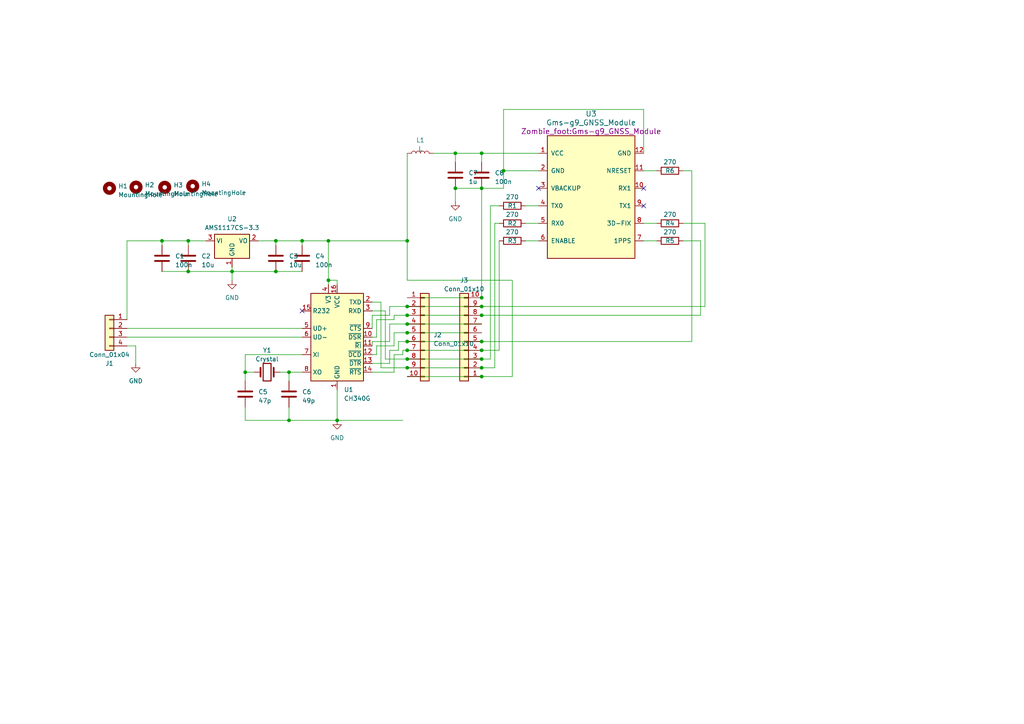
<source format=kicad_sch>
(kicad_sch (version 20230121) (generator eeschema)

  (uuid f82c74cd-c228-4865-acc2-cbaa45debd13)

  (paper "A4")

  (lib_symbols
    (symbol "Connector_Generic:Conn_01x04" (pin_names (offset 1.016) hide) (in_bom yes) (on_board yes)
      (property "Reference" "J" (at 0 5.08 0)
        (effects (font (size 1.27 1.27)))
      )
      (property "Value" "Conn_01x04" (at 0 -7.62 0)
        (effects (font (size 1.27 1.27)))
      )
      (property "Footprint" "" (at 0 0 0)
        (effects (font (size 1.27 1.27)) hide)
      )
      (property "Datasheet" "~" (at 0 0 0)
        (effects (font (size 1.27 1.27)) hide)
      )
      (property "ki_keywords" "connector" (at 0 0 0)
        (effects (font (size 1.27 1.27)) hide)
      )
      (property "ki_description" "Generic connector, single row, 01x04, script generated (kicad-library-utils/schlib/autogen/connector/)" (at 0 0 0)
        (effects (font (size 1.27 1.27)) hide)
      )
      (property "ki_fp_filters" "Connector*:*_1x??_*" (at 0 0 0)
        (effects (font (size 1.27 1.27)) hide)
      )
      (symbol "Conn_01x04_1_1"
        (rectangle (start -1.27 -4.953) (end 0 -5.207)
          (stroke (width 0.1524) (type default))
          (fill (type none))
        )
        (rectangle (start -1.27 -2.413) (end 0 -2.667)
          (stroke (width 0.1524) (type default))
          (fill (type none))
        )
        (rectangle (start -1.27 0.127) (end 0 -0.127)
          (stroke (width 0.1524) (type default))
          (fill (type none))
        )
        (rectangle (start -1.27 2.667) (end 0 2.413)
          (stroke (width 0.1524) (type default))
          (fill (type none))
        )
        (rectangle (start -1.27 3.81) (end 1.27 -6.35)
          (stroke (width 0.254) (type default))
          (fill (type background))
        )
        (pin passive line (at -5.08 2.54 0) (length 3.81)
          (name "Pin_1" (effects (font (size 1.27 1.27))))
          (number "1" (effects (font (size 1.27 1.27))))
        )
        (pin passive line (at -5.08 0 0) (length 3.81)
          (name "Pin_2" (effects (font (size 1.27 1.27))))
          (number "2" (effects (font (size 1.27 1.27))))
        )
        (pin passive line (at -5.08 -2.54 0) (length 3.81)
          (name "Pin_3" (effects (font (size 1.27 1.27))))
          (number "3" (effects (font (size 1.27 1.27))))
        )
        (pin passive line (at -5.08 -5.08 0) (length 3.81)
          (name "Pin_4" (effects (font (size 1.27 1.27))))
          (number "4" (effects (font (size 1.27 1.27))))
        )
      )
    )
    (symbol "Connector_Generic:Conn_01x10" (pin_names (offset 1.016) hide) (in_bom yes) (on_board yes)
      (property "Reference" "J" (at 0 12.7 0)
        (effects (font (size 1.27 1.27)))
      )
      (property "Value" "Conn_01x10" (at 0 -15.24 0)
        (effects (font (size 1.27 1.27)))
      )
      (property "Footprint" "" (at 0 0 0)
        (effects (font (size 1.27 1.27)) hide)
      )
      (property "Datasheet" "~" (at 0 0 0)
        (effects (font (size 1.27 1.27)) hide)
      )
      (property "ki_keywords" "connector" (at 0 0 0)
        (effects (font (size 1.27 1.27)) hide)
      )
      (property "ki_description" "Generic connector, single row, 01x10, script generated (kicad-library-utils/schlib/autogen/connector/)" (at 0 0 0)
        (effects (font (size 1.27 1.27)) hide)
      )
      (property "ki_fp_filters" "Connector*:*_1x??_*" (at 0 0 0)
        (effects (font (size 1.27 1.27)) hide)
      )
      (symbol "Conn_01x10_1_1"
        (rectangle (start -1.27 -12.573) (end 0 -12.827)
          (stroke (width 0.1524) (type default))
          (fill (type none))
        )
        (rectangle (start -1.27 -10.033) (end 0 -10.287)
          (stroke (width 0.1524) (type default))
          (fill (type none))
        )
        (rectangle (start -1.27 -7.493) (end 0 -7.747)
          (stroke (width 0.1524) (type default))
          (fill (type none))
        )
        (rectangle (start -1.27 -4.953) (end 0 -5.207)
          (stroke (width 0.1524) (type default))
          (fill (type none))
        )
        (rectangle (start -1.27 -2.413) (end 0 -2.667)
          (stroke (width 0.1524) (type default))
          (fill (type none))
        )
        (rectangle (start -1.27 0.127) (end 0 -0.127)
          (stroke (width 0.1524) (type default))
          (fill (type none))
        )
        (rectangle (start -1.27 2.667) (end 0 2.413)
          (stroke (width 0.1524) (type default))
          (fill (type none))
        )
        (rectangle (start -1.27 5.207) (end 0 4.953)
          (stroke (width 0.1524) (type default))
          (fill (type none))
        )
        (rectangle (start -1.27 7.747) (end 0 7.493)
          (stroke (width 0.1524) (type default))
          (fill (type none))
        )
        (rectangle (start -1.27 10.287) (end 0 10.033)
          (stroke (width 0.1524) (type default))
          (fill (type none))
        )
        (rectangle (start -1.27 11.43) (end 1.27 -13.97)
          (stroke (width 0.254) (type default))
          (fill (type background))
        )
        (pin passive line (at -5.08 10.16 0) (length 3.81)
          (name "Pin_1" (effects (font (size 1.27 1.27))))
          (number "1" (effects (font (size 1.27 1.27))))
        )
        (pin passive line (at -5.08 -12.7 0) (length 3.81)
          (name "Pin_10" (effects (font (size 1.27 1.27))))
          (number "10" (effects (font (size 1.27 1.27))))
        )
        (pin passive line (at -5.08 7.62 0) (length 3.81)
          (name "Pin_2" (effects (font (size 1.27 1.27))))
          (number "2" (effects (font (size 1.27 1.27))))
        )
        (pin passive line (at -5.08 5.08 0) (length 3.81)
          (name "Pin_3" (effects (font (size 1.27 1.27))))
          (number "3" (effects (font (size 1.27 1.27))))
        )
        (pin passive line (at -5.08 2.54 0) (length 3.81)
          (name "Pin_4" (effects (font (size 1.27 1.27))))
          (number "4" (effects (font (size 1.27 1.27))))
        )
        (pin passive line (at -5.08 0 0) (length 3.81)
          (name "Pin_5" (effects (font (size 1.27 1.27))))
          (number "5" (effects (font (size 1.27 1.27))))
        )
        (pin passive line (at -5.08 -2.54 0) (length 3.81)
          (name "Pin_6" (effects (font (size 1.27 1.27))))
          (number "6" (effects (font (size 1.27 1.27))))
        )
        (pin passive line (at -5.08 -5.08 0) (length 3.81)
          (name "Pin_7" (effects (font (size 1.27 1.27))))
          (number "7" (effects (font (size 1.27 1.27))))
        )
        (pin passive line (at -5.08 -7.62 0) (length 3.81)
          (name "Pin_8" (effects (font (size 1.27 1.27))))
          (number "8" (effects (font (size 1.27 1.27))))
        )
        (pin passive line (at -5.08 -10.16 0) (length 3.81)
          (name "Pin_9" (effects (font (size 1.27 1.27))))
          (number "9" (effects (font (size 1.27 1.27))))
        )
      )
    )
    (symbol "Device:C" (pin_numbers hide) (pin_names (offset 0.254)) (in_bom yes) (on_board yes)
      (property "Reference" "C" (at 0.635 2.54 0)
        (effects (font (size 1.27 1.27)) (justify left))
      )
      (property "Value" "C" (at 0.635 -2.54 0)
        (effects (font (size 1.27 1.27)) (justify left))
      )
      (property "Footprint" "" (at 0.9652 -3.81 0)
        (effects (font (size 1.27 1.27)) hide)
      )
      (property "Datasheet" "~" (at 0 0 0)
        (effects (font (size 1.27 1.27)) hide)
      )
      (property "ki_keywords" "cap capacitor" (at 0 0 0)
        (effects (font (size 1.27 1.27)) hide)
      )
      (property "ki_description" "Unpolarized capacitor" (at 0 0 0)
        (effects (font (size 1.27 1.27)) hide)
      )
      (property "ki_fp_filters" "C_*" (at 0 0 0)
        (effects (font (size 1.27 1.27)) hide)
      )
      (symbol "C_0_1"
        (polyline
          (pts
            (xy -2.032 -0.762)
            (xy 2.032 -0.762)
          )
          (stroke (width 0.508) (type default))
          (fill (type none))
        )
        (polyline
          (pts
            (xy -2.032 0.762)
            (xy 2.032 0.762)
          )
          (stroke (width 0.508) (type default))
          (fill (type none))
        )
      )
      (symbol "C_1_1"
        (pin passive line (at 0 3.81 270) (length 2.794)
          (name "~" (effects (font (size 1.27 1.27))))
          (number "1" (effects (font (size 1.27 1.27))))
        )
        (pin passive line (at 0 -3.81 90) (length 2.794)
          (name "~" (effects (font (size 1.27 1.27))))
          (number "2" (effects (font (size 1.27 1.27))))
        )
      )
    )
    (symbol "Device:Crystal" (pin_numbers hide) (pin_names (offset 1.016) hide) (in_bom yes) (on_board yes)
      (property "Reference" "Y" (at 0 3.81 0)
        (effects (font (size 1.27 1.27)))
      )
      (property "Value" "Crystal" (at 0 -3.81 0)
        (effects (font (size 1.27 1.27)))
      )
      (property "Footprint" "" (at 0 0 0)
        (effects (font (size 1.27 1.27)) hide)
      )
      (property "Datasheet" "~" (at 0 0 0)
        (effects (font (size 1.27 1.27)) hide)
      )
      (property "ki_keywords" "quartz ceramic resonator oscillator" (at 0 0 0)
        (effects (font (size 1.27 1.27)) hide)
      )
      (property "ki_description" "Two pin crystal" (at 0 0 0)
        (effects (font (size 1.27 1.27)) hide)
      )
      (property "ki_fp_filters" "Crystal*" (at 0 0 0)
        (effects (font (size 1.27 1.27)) hide)
      )
      (symbol "Crystal_0_1"
        (rectangle (start -1.143 2.54) (end 1.143 -2.54)
          (stroke (width 0.3048) (type default))
          (fill (type none))
        )
        (polyline
          (pts
            (xy -2.54 0)
            (xy -1.905 0)
          )
          (stroke (width 0) (type default))
          (fill (type none))
        )
        (polyline
          (pts
            (xy -1.905 -1.27)
            (xy -1.905 1.27)
          )
          (stroke (width 0.508) (type default))
          (fill (type none))
        )
        (polyline
          (pts
            (xy 1.905 -1.27)
            (xy 1.905 1.27)
          )
          (stroke (width 0.508) (type default))
          (fill (type none))
        )
        (polyline
          (pts
            (xy 2.54 0)
            (xy 1.905 0)
          )
          (stroke (width 0) (type default))
          (fill (type none))
        )
      )
      (symbol "Crystal_1_1"
        (pin passive line (at -3.81 0 0) (length 1.27)
          (name "1" (effects (font (size 1.27 1.27))))
          (number "1" (effects (font (size 1.27 1.27))))
        )
        (pin passive line (at 3.81 0 180) (length 1.27)
          (name "2" (effects (font (size 1.27 1.27))))
          (number "2" (effects (font (size 1.27 1.27))))
        )
      )
    )
    (symbol "Device:L" (pin_numbers hide) (pin_names (offset 1.016) hide) (in_bom yes) (on_board yes)
      (property "Reference" "L" (at -1.27 0 90)
        (effects (font (size 1.27 1.27)))
      )
      (property "Value" "L" (at 1.905 0 90)
        (effects (font (size 1.27 1.27)))
      )
      (property "Footprint" "" (at 0 0 0)
        (effects (font (size 1.27 1.27)) hide)
      )
      (property "Datasheet" "~" (at 0 0 0)
        (effects (font (size 1.27 1.27)) hide)
      )
      (property "ki_keywords" "inductor choke coil reactor magnetic" (at 0 0 0)
        (effects (font (size 1.27 1.27)) hide)
      )
      (property "ki_description" "Inductor" (at 0 0 0)
        (effects (font (size 1.27 1.27)) hide)
      )
      (property "ki_fp_filters" "Choke_* *Coil* Inductor_* L_*" (at 0 0 0)
        (effects (font (size 1.27 1.27)) hide)
      )
      (symbol "L_0_1"
        (arc (start 0 -2.54) (mid 0.6323 -1.905) (end 0 -1.27)
          (stroke (width 0) (type default))
          (fill (type none))
        )
        (arc (start 0 -1.27) (mid 0.6323 -0.635) (end 0 0)
          (stroke (width 0) (type default))
          (fill (type none))
        )
        (arc (start 0 0) (mid 0.6323 0.635) (end 0 1.27)
          (stroke (width 0) (type default))
          (fill (type none))
        )
        (arc (start 0 1.27) (mid 0.6323 1.905) (end 0 2.54)
          (stroke (width 0) (type default))
          (fill (type none))
        )
      )
      (symbol "L_1_1"
        (pin passive line (at 0 3.81 270) (length 1.27)
          (name "1" (effects (font (size 1.27 1.27))))
          (number "1" (effects (font (size 1.27 1.27))))
        )
        (pin passive line (at 0 -3.81 90) (length 1.27)
          (name "2" (effects (font (size 1.27 1.27))))
          (number "2" (effects (font (size 1.27 1.27))))
        )
      )
    )
    (symbol "Device:R" (pin_numbers hide) (pin_names (offset 0)) (in_bom yes) (on_board yes)
      (property "Reference" "R" (at 2.032 0 90)
        (effects (font (size 1.27 1.27)))
      )
      (property "Value" "R" (at 0 0 90)
        (effects (font (size 1.27 1.27)))
      )
      (property "Footprint" "" (at -1.778 0 90)
        (effects (font (size 1.27 1.27)) hide)
      )
      (property "Datasheet" "~" (at 0 0 0)
        (effects (font (size 1.27 1.27)) hide)
      )
      (property "ki_keywords" "R res resistor" (at 0 0 0)
        (effects (font (size 1.27 1.27)) hide)
      )
      (property "ki_description" "Resistor" (at 0 0 0)
        (effects (font (size 1.27 1.27)) hide)
      )
      (property "ki_fp_filters" "R_*" (at 0 0 0)
        (effects (font (size 1.27 1.27)) hide)
      )
      (symbol "R_0_1"
        (rectangle (start -1.016 -2.54) (end 1.016 2.54)
          (stroke (width 0.254) (type default))
          (fill (type none))
        )
      )
      (symbol "R_1_1"
        (pin passive line (at 0 3.81 270) (length 1.27)
          (name "~" (effects (font (size 1.27 1.27))))
          (number "1" (effects (font (size 1.27 1.27))))
        )
        (pin passive line (at 0 -3.81 90) (length 1.27)
          (name "~" (effects (font (size 1.27 1.27))))
          (number "2" (effects (font (size 1.27 1.27))))
        )
      )
    )
    (symbol "Interface_USB:CH340G" (in_bom yes) (on_board yes)
      (property "Reference" "U" (at -5.08 13.97 0)
        (effects (font (size 1.27 1.27)) (justify right))
      )
      (property "Value" "CH340G" (at 1.27 13.97 0)
        (effects (font (size 1.27 1.27)) (justify left))
      )
      (property "Footprint" "Package_SO:SOIC-16_3.9x9.9mm_P1.27mm" (at 1.27 -13.97 0)
        (effects (font (size 1.27 1.27)) (justify left) hide)
      )
      (property "Datasheet" "http://www.datasheet5.com/pdf-local-2195953" (at -8.89 20.32 0)
        (effects (font (size 1.27 1.27)) hide)
      )
      (property "ki_keywords" "USB UART Serial Converter Interface" (at 0 0 0)
        (effects (font (size 1.27 1.27)) hide)
      )
      (property "ki_description" "USB serial converter, UART, SOIC-16" (at 0 0 0)
        (effects (font (size 1.27 1.27)) hide)
      )
      (property "ki_fp_filters" "SOIC*3.9x9.9mm*P1.27mm*" (at 0 0 0)
        (effects (font (size 1.27 1.27)) hide)
      )
      (symbol "CH340G_0_1"
        (rectangle (start -7.62 12.7) (end 7.62 -12.7)
          (stroke (width 0.254) (type default))
          (fill (type background))
        )
      )
      (symbol "CH340G_1_1"
        (pin power_in line (at 0 -15.24 90) (length 2.54)
          (name "GND" (effects (font (size 1.27 1.27))))
          (number "1" (effects (font (size 1.27 1.27))))
        )
        (pin input line (at 10.16 0 180) (length 2.54)
          (name "~{DSR}" (effects (font (size 1.27 1.27))))
          (number "10" (effects (font (size 1.27 1.27))))
        )
        (pin input line (at 10.16 -2.54 180) (length 2.54)
          (name "~{RI}" (effects (font (size 1.27 1.27))))
          (number "11" (effects (font (size 1.27 1.27))))
        )
        (pin input line (at 10.16 -5.08 180) (length 2.54)
          (name "~{DCD}" (effects (font (size 1.27 1.27))))
          (number "12" (effects (font (size 1.27 1.27))))
        )
        (pin output line (at 10.16 -7.62 180) (length 2.54)
          (name "~{DTR}" (effects (font (size 1.27 1.27))))
          (number "13" (effects (font (size 1.27 1.27))))
        )
        (pin output line (at 10.16 -10.16 180) (length 2.54)
          (name "~{RTS}" (effects (font (size 1.27 1.27))))
          (number "14" (effects (font (size 1.27 1.27))))
        )
        (pin input line (at -10.16 7.62 0) (length 2.54)
          (name "R232" (effects (font (size 1.27 1.27))))
          (number "15" (effects (font (size 1.27 1.27))))
        )
        (pin power_in line (at 0 15.24 270) (length 2.54)
          (name "VCC" (effects (font (size 1.27 1.27))))
          (number "16" (effects (font (size 1.27 1.27))))
        )
        (pin output line (at 10.16 10.16 180) (length 2.54)
          (name "TXD" (effects (font (size 1.27 1.27))))
          (number "2" (effects (font (size 1.27 1.27))))
        )
        (pin input line (at 10.16 7.62 180) (length 2.54)
          (name "RXD" (effects (font (size 1.27 1.27))))
          (number "3" (effects (font (size 1.27 1.27))))
        )
        (pin passive line (at -2.54 15.24 270) (length 2.54)
          (name "V3" (effects (font (size 1.27 1.27))))
          (number "4" (effects (font (size 1.27 1.27))))
        )
        (pin bidirectional line (at -10.16 2.54 0) (length 2.54)
          (name "UD+" (effects (font (size 1.27 1.27))))
          (number "5" (effects (font (size 1.27 1.27))))
        )
        (pin bidirectional line (at -10.16 0 0) (length 2.54)
          (name "UD-" (effects (font (size 1.27 1.27))))
          (number "6" (effects (font (size 1.27 1.27))))
        )
        (pin input line (at -10.16 -5.08 0) (length 2.54)
          (name "XI" (effects (font (size 1.27 1.27))))
          (number "7" (effects (font (size 1.27 1.27))))
        )
        (pin output line (at -10.16 -10.16 0) (length 2.54)
          (name "XO" (effects (font (size 1.27 1.27))))
          (number "8" (effects (font (size 1.27 1.27))))
        )
        (pin input line (at 10.16 2.54 180) (length 2.54)
          (name "~{CTS}" (effects (font (size 1.27 1.27))))
          (number "9" (effects (font (size 1.27 1.27))))
        )
      )
    )
    (symbol "Mechanical:MountingHole" (pin_names (offset 1.016)) (in_bom yes) (on_board yes)
      (property "Reference" "H" (at 0 5.08 0)
        (effects (font (size 1.27 1.27)))
      )
      (property "Value" "MountingHole" (at 0 3.175 0)
        (effects (font (size 1.27 1.27)))
      )
      (property "Footprint" "" (at 0 0 0)
        (effects (font (size 1.27 1.27)) hide)
      )
      (property "Datasheet" "~" (at 0 0 0)
        (effects (font (size 1.27 1.27)) hide)
      )
      (property "ki_keywords" "mounting hole" (at 0 0 0)
        (effects (font (size 1.27 1.27)) hide)
      )
      (property "ki_description" "Mounting Hole without connection" (at 0 0 0)
        (effects (font (size 1.27 1.27)) hide)
      )
      (property "ki_fp_filters" "MountingHole*" (at 0 0 0)
        (effects (font (size 1.27 1.27)) hide)
      )
      (symbol "MountingHole_0_1"
        (circle (center 0 0) (radius 1.27)
          (stroke (width 1.27) (type default))
          (fill (type none))
        )
      )
    )
    (symbol "Regulator_Linear:AMS1117-3.3" (in_bom yes) (on_board yes)
      (property "Reference" "U" (at -3.81 3.175 0)
        (effects (font (size 1.27 1.27)))
      )
      (property "Value" "AMS1117-3.3" (at 0 3.175 0)
        (effects (font (size 1.27 1.27)) (justify left))
      )
      (property "Footprint" "Package_TO_SOT_SMD:SOT-223-3_TabPin2" (at 0 5.08 0)
        (effects (font (size 1.27 1.27)) hide)
      )
      (property "Datasheet" "http://www.advanced-monolithic.com/pdf/ds1117.pdf" (at 2.54 -6.35 0)
        (effects (font (size 1.27 1.27)) hide)
      )
      (property "ki_keywords" "linear regulator ldo fixed positive" (at 0 0 0)
        (effects (font (size 1.27 1.27)) hide)
      )
      (property "ki_description" "1A Low Dropout regulator, positive, 3.3V fixed output, SOT-223" (at 0 0 0)
        (effects (font (size 1.27 1.27)) hide)
      )
      (property "ki_fp_filters" "SOT?223*TabPin2*" (at 0 0 0)
        (effects (font (size 1.27 1.27)) hide)
      )
      (symbol "AMS1117-3.3_0_1"
        (rectangle (start -5.08 -5.08) (end 5.08 1.905)
          (stroke (width 0.254) (type default))
          (fill (type background))
        )
      )
      (symbol "AMS1117-3.3_1_1"
        (pin power_in line (at 0 -7.62 90) (length 2.54)
          (name "GND" (effects (font (size 1.27 1.27))))
          (number "1" (effects (font (size 1.27 1.27))))
        )
        (pin power_out line (at 7.62 0 180) (length 2.54)
          (name "VO" (effects (font (size 1.27 1.27))))
          (number "2" (effects (font (size 1.27 1.27))))
        )
        (pin power_in line (at -7.62 0 0) (length 2.54)
          (name "VI" (effects (font (size 1.27 1.27))))
          (number "3" (effects (font (size 1.27 1.27))))
        )
      )
    )
    (symbol "gps:Gms-g9_GNSS_Module" (pin_names (offset 1.016)) (in_bom yes) (on_board yes)
      (property "Reference" "U" (at 0 -20.32 0)
        (effects (font (size 1.524 1.524)))
      )
      (property "Value" "Gms-g9_GNSS_Module" (at 0 20.32 0)
        (effects (font (size 1.524 1.524)))
      )
      (property "Footprint" "" (at 0 -2.54 0)
        (effects (font (size 1.524 1.524)))
      )
      (property "Datasheet" "" (at 0 -2.54 0)
        (effects (font (size 1.524 1.524)))
      )
      (property "ki_fp_filters" "gps glonass" (at 0 0 0)
        (effects (font (size 1.27 1.27)) hide)
      )
      (symbol "Gms-g9_GNSS_Module_0_1"
        (rectangle (start -12.7 17.78) (end 12.7 -17.78)
          (stroke (width 0.254) (type solid))
          (fill (type background))
        )
      )
      (symbol "Gms-g9_GNSS_Module_1_1"
        (pin power_in line (at -15.24 12.7 0) (length 2.54)
          (name "VCC" (effects (font (size 1.27 1.27))))
          (number "1" (effects (font (size 1.27 1.27))))
        )
        (pin input line (at 15.24 2.54 180) (length 2.54)
          (name "RX1" (effects (font (size 1.27 1.27))))
          (number "10" (effects (font (size 1.27 1.27))))
        )
        (pin input line (at 15.24 7.62 180) (length 2.54)
          (name "NRESET" (effects (font (size 1.27 1.27))))
          (number "11" (effects (font (size 1.27 1.27))))
        )
        (pin passive line (at 15.24 12.7 180) (length 2.54)
          (name "GND" (effects (font (size 1.27 1.27))))
          (number "12" (effects (font (size 1.27 1.27))))
        )
        (pin passive line (at -15.24 7.62 0) (length 2.54)
          (name "GND" (effects (font (size 1.27 1.27))))
          (number "2" (effects (font (size 1.27 1.27))))
        )
        (pin power_in line (at -15.24 2.54 0) (length 2.54)
          (name "VBACKUP" (effects (font (size 1.27 1.27))))
          (number "3" (effects (font (size 1.27 1.27))))
        )
        (pin output line (at -15.24 -2.54 0) (length 2.54)
          (name "TX0" (effects (font (size 1.27 1.27))))
          (number "4" (effects (font (size 1.27 1.27))))
        )
        (pin input line (at -15.24 -7.62 0) (length 2.54)
          (name "RX0" (effects (font (size 1.27 1.27))))
          (number "5" (effects (font (size 1.27 1.27))))
        )
        (pin input line (at -15.24 -12.7 0) (length 2.54)
          (name "ENABLE" (effects (font (size 1.27 1.27))))
          (number "6" (effects (font (size 1.27 1.27))))
        )
        (pin output line (at 15.24 -12.7 180) (length 2.54)
          (name "1PPS" (effects (font (size 1.27 1.27))))
          (number "7" (effects (font (size 1.27 1.27))))
        )
        (pin output line (at 15.24 -7.62 180) (length 2.54)
          (name "3D-FIX" (effects (font (size 1.27 1.27))))
          (number "8" (effects (font (size 1.27 1.27))))
        )
        (pin output line (at 15.24 -2.54 180) (length 2.54)
          (name "TX1" (effects (font (size 1.27 1.27))))
          (number "9" (effects (font (size 1.27 1.27))))
        )
      )
    )
    (symbol "power:GND" (power) (pin_names (offset 0)) (in_bom yes) (on_board yes)
      (property "Reference" "#PWR" (at 0 -6.35 0)
        (effects (font (size 1.27 1.27)) hide)
      )
      (property "Value" "GND" (at 0 -3.81 0)
        (effects (font (size 1.27 1.27)))
      )
      (property "Footprint" "" (at 0 0 0)
        (effects (font (size 1.27 1.27)) hide)
      )
      (property "Datasheet" "" (at 0 0 0)
        (effects (font (size 1.27 1.27)) hide)
      )
      (property "ki_keywords" "global power" (at 0 0 0)
        (effects (font (size 1.27 1.27)) hide)
      )
      (property "ki_description" "Power symbol creates a global label with name \"GND\" , ground" (at 0 0 0)
        (effects (font (size 1.27 1.27)) hide)
      )
      (symbol "GND_0_1"
        (polyline
          (pts
            (xy 0 0)
            (xy 0 -1.27)
            (xy 1.27 -1.27)
            (xy 0 -2.54)
            (xy -1.27 -1.27)
            (xy 0 -1.27)
          )
          (stroke (width 0) (type default))
          (fill (type none))
        )
      )
      (symbol "GND_1_1"
        (pin power_in line (at 0 0 270) (length 0) hide
          (name "GND" (effects (font (size 1.27 1.27))))
          (number "1" (effects (font (size 1.27 1.27))))
        )
      )
    )
  )

  (junction (at 95.25 81.28) (diameter 0) (color 0 0 0 0)
    (uuid 0a19c333-b765-470d-a996-23051630f745)
  )
  (junction (at 139.7 86.36) (diameter 0) (color 0 0 0 0)
    (uuid 0ad1a3d0-6a3e-4570-b9e0-1ddcda40e696)
  )
  (junction (at 139.7 101.6) (diameter 0) (color 0 0 0 0)
    (uuid 12634d12-7c59-4583-bd0e-396355ce2f86)
  )
  (junction (at 118.11 101.6) (diameter 0) (color 0 0 0 0)
    (uuid 1d704285-98e1-4763-a6fe-9fd526e30315)
  )
  (junction (at 80.01 78.74) (diameter 0) (color 0 0 0 0)
    (uuid 21d241ba-8b45-4969-8f06-b354dcb412ed)
  )
  (junction (at 46.99 69.85) (diameter 0) (color 0 0 0 0)
    (uuid 26965491-3d56-44a4-a6bf-3431f6b537a5)
  )
  (junction (at 139.7 54.61) (diameter 0) (color 0 0 0 0)
    (uuid 2eec5ca8-1730-4b5b-b812-e94f0c67f75f)
  )
  (junction (at 118.11 106.68) (diameter 0) (color 0 0 0 0)
    (uuid 31042750-669f-426c-b7a8-1d68db413f65)
  )
  (junction (at 139.7 109.22) (diameter 0) (color 0 0 0 0)
    (uuid 4f1747fb-1646-47b8-a8f9-a6af0a28337c)
  )
  (junction (at 118.11 93.98) (diameter 0) (color 0 0 0 0)
    (uuid 5476630a-5501-470c-b0c8-fa0ffefcad75)
  )
  (junction (at 139.7 88.9) (diameter 0) (color 0 0 0 0)
    (uuid 5f7b7c89-e1ef-4d3a-91fa-50e3d4ed8bee)
  )
  (junction (at 67.31 78.74) (diameter 0) (color 0 0 0 0)
    (uuid 6c6667a5-2b34-4ea8-880d-5a539c5c5e8a)
  )
  (junction (at 83.82 121.92) (diameter 0) (color 0 0 0 0)
    (uuid 708923e0-12a4-40c2-b41b-8adfed4aeb75)
  )
  (junction (at 118.11 96.52) (diameter 0) (color 0 0 0 0)
    (uuid 7a0ab47c-c7df-4a0a-b71c-63c18ada5dfd)
  )
  (junction (at 83.82 107.95) (diameter 0) (color 0 0 0 0)
    (uuid 7a2d0ab4-e616-4044-9a45-cb2d1f1eb8c3)
  )
  (junction (at 139.7 104.14) (diameter 0) (color 0 0 0 0)
    (uuid 7f1a00d3-94b0-4a7a-8b88-7c28a2420561)
  )
  (junction (at 139.7 44.45) (diameter 0) (color 0 0 0 0)
    (uuid 804077e2-3c85-4052-8c08-3477598488da)
  )
  (junction (at 139.7 91.44) (diameter 0) (color 0 0 0 0)
    (uuid 80dbcccd-eba2-448e-a64c-330d4a48e2d4)
  )
  (junction (at 87.63 69.85) (diameter 0) (color 0 0 0 0)
    (uuid 83307be1-22ff-4613-b797-8ff2051fbd9c)
  )
  (junction (at 80.01 69.85) (diameter 0) (color 0 0 0 0)
    (uuid 8ac8d127-c6b8-47d2-8d81-d56f94d70540)
  )
  (junction (at 97.79 121.92) (diameter 0) (color 0 0 0 0)
    (uuid 93cecf5d-7bce-4315-b654-7b10d5c1ca58)
  )
  (junction (at 139.7 106.68) (diameter 0) (color 0 0 0 0)
    (uuid 950ede62-2dbd-4a25-892f-41768a699c99)
  )
  (junction (at 118.11 99.06) (diameter 0) (color 0 0 0 0)
    (uuid 9a0ffcdf-54b7-406d-ad86-ec6ae5eda529)
  )
  (junction (at 132.08 44.45) (diameter 0) (color 0 0 0 0)
    (uuid a191336e-358c-4596-acbb-8a9a7b19cf35)
  )
  (junction (at 118.11 104.14) (diameter 0) (color 0 0 0 0)
    (uuid a8251b42-4274-47fc-ab65-f7bad66504bc)
  )
  (junction (at 118.11 91.44) (diameter 0) (color 0 0 0 0)
    (uuid afb9ab9b-c5e8-45be-abbb-21c29d541fae)
  )
  (junction (at 118.11 88.9) (diameter 0) (color 0 0 0 0)
    (uuid b76086eb-4659-4c88-8df2-3b4ce0828280)
  )
  (junction (at 132.08 54.61) (diameter 0) (color 0 0 0 0)
    (uuid d5f0f913-ce22-4492-a4d6-c5eaa2edf4e2)
  )
  (junction (at 54.61 69.85) (diameter 0) (color 0 0 0 0)
    (uuid dbd7bda2-c29d-4964-9a36-729583cd6aa0)
  )
  (junction (at 95.25 69.85) (diameter 0) (color 0 0 0 0)
    (uuid dbe20749-3880-49fb-a454-219c9b3cf5ee)
  )
  (junction (at 54.61 78.74) (diameter 0) (color 0 0 0 0)
    (uuid e410a877-a41e-49e4-b3ee-4ffc05668c7a)
  )
  (junction (at 71.12 107.95) (diameter 0) (color 0 0 0 0)
    (uuid e8745a6d-dd9e-422f-82da-e22ccdad5c35)
  )
  (junction (at 146.05 49.53) (diameter 0) (color 0 0 0 0)
    (uuid ef407f72-dbea-4a30-8b13-9c19c27a4dcb)
  )
  (junction (at 118.11 69.85) (diameter 0) (color 0 0 0 0)
    (uuid f4b46f85-1fda-48f6-8e90-a4d704140f63)
  )
  (junction (at 139.7 99.06) (diameter 0) (color 0 0 0 0)
    (uuid f5b09438-57b8-4fae-b48b-59ef16941678)
  )

  (no_connect (at 186.69 54.61) (uuid 113615a8-f57e-43bb-a1fa-c9f2c236c4ee))
  (no_connect (at 156.21 54.61) (uuid 699704df-5780-4230-8f31-63e6f897eb36))
  (no_connect (at 87.63 90.17) (uuid d80f4f63-a60f-4589-9ef2-9eb77d638cae))
  (no_connect (at 186.69 59.69) (uuid f0840678-f325-443d-bb3f-5988fc4bb96d))

  (wire (pts (xy 71.12 102.87) (xy 87.63 102.87))
    (stroke (width 0) (type default))
    (uuid 049e3d67-0717-447f-8126-6f07b55f20ce)
  )
  (wire (pts (xy 113.03 105.41) (xy 113.03 101.6))
    (stroke (width 0) (type default))
    (uuid 05e7d833-c47d-4b5d-98b0-7d417d37858f)
  )
  (wire (pts (xy 74.93 69.85) (xy 80.01 69.85))
    (stroke (width 0) (type default))
    (uuid 076c53ae-1d6e-4d97-ba76-ac81e4916cc4)
  )
  (wire (pts (xy 114.3 107.95) (xy 114.3 102.87))
    (stroke (width 0) (type default))
    (uuid 07f350b8-ac8a-4518-8f5c-1224a608b948)
  )
  (wire (pts (xy 97.79 81.28) (xy 95.25 81.28))
    (stroke (width 0) (type default))
    (uuid 0be4e1b1-cc19-41c0-b987-8a185323abd7)
  )
  (wire (pts (xy 118.11 101.6) (xy 139.7 101.6))
    (stroke (width 0) (type default))
    (uuid 0d3bbc1d-3092-4b19-9ce0-b7c801bf2ef6)
  )
  (wire (pts (xy 95.25 69.85) (xy 87.63 69.85))
    (stroke (width 0) (type default))
    (uuid 0f41f8f8-3f57-4e13-a902-41c0798376b2)
  )
  (wire (pts (xy 116.84 102.87) (xy 116.84 101.6))
    (stroke (width 0) (type default))
    (uuid 10612f3c-5cdb-45a5-a111-40d9d45133d8)
  )
  (wire (pts (xy 36.83 95.25) (xy 87.63 95.25))
    (stroke (width 0) (type default))
    (uuid 11adcf20-852d-4b6e-9606-40533f9301bc)
  )
  (wire (pts (xy 200.66 99.06) (xy 139.7 99.06))
    (stroke (width 0) (type default))
    (uuid 12b19674-d758-4026-a49a-35312c812501)
  )
  (wire (pts (xy 109.22 102.87) (xy 109.22 100.33))
    (stroke (width 0) (type default))
    (uuid 17cb4220-1ffe-4181-8344-fa24f5cdd6f6)
  )
  (wire (pts (xy 152.4 69.85) (xy 156.21 69.85))
    (stroke (width 0) (type default))
    (uuid 1a15763f-5a7e-4767-9b70-43dfccc3745a)
  )
  (wire (pts (xy 110.49 106.68) (xy 118.11 106.68))
    (stroke (width 0) (type default))
    (uuid 1d53d416-31dc-4ee7-8977-58b79bdca350)
  )
  (wire (pts (xy 67.31 77.47) (xy 67.31 78.74))
    (stroke (width 0) (type default))
    (uuid 1ec3ec13-0c2b-4570-86b7-c0990edb342c)
  )
  (wire (pts (xy 132.08 44.45) (xy 132.08 46.99))
    (stroke (width 0) (type default))
    (uuid 1f192215-6464-4001-b117-9088cd5a1be4)
  )
  (wire (pts (xy 148.59 81.28) (xy 118.11 81.28))
    (stroke (width 0) (type default))
    (uuid 1fa9fe98-9786-4abc-bbfd-0db4f09d47e5)
  )
  (wire (pts (xy 186.69 64.77) (xy 190.5 64.77))
    (stroke (width 0) (type default))
    (uuid 210de8fe-bbb0-4deb-b2c2-7bb5d7eb38b7)
  )
  (wire (pts (xy 109.22 97.79) (xy 109.22 92.71))
    (stroke (width 0) (type default))
    (uuid 22ed61f5-c273-4107-8353-b193275beb92)
  )
  (wire (pts (xy 46.99 78.74) (xy 54.61 78.74))
    (stroke (width 0) (type default))
    (uuid 24127ea9-af33-4606-a252-eda214326ec5)
  )
  (wire (pts (xy 139.7 104.14) (xy 142.24 104.14))
    (stroke (width 0) (type default))
    (uuid 2446b718-e382-4fc1-8832-1c3801da1d4b)
  )
  (wire (pts (xy 110.49 87.63) (xy 110.49 106.68))
    (stroke (width 0) (type default))
    (uuid 289221ac-aa92-425b-b8a0-bc42cfeb1200)
  )
  (wire (pts (xy 87.63 69.85) (xy 87.63 71.12))
    (stroke (width 0) (type default))
    (uuid 295e2874-5cfd-412c-b797-d6dd7ba96e5a)
  )
  (wire (pts (xy 83.82 107.95) (xy 83.82 110.49))
    (stroke (width 0) (type default))
    (uuid 2c7a8dcb-ae19-449f-a337-8096969e5bb7)
  )
  (wire (pts (xy 36.83 97.79) (xy 87.63 97.79))
    (stroke (width 0) (type default))
    (uuid 2e439a5d-5a7d-45e7-a4f7-de36818dd7f5)
  )
  (wire (pts (xy 144.78 101.6) (xy 144.78 69.85))
    (stroke (width 0) (type default))
    (uuid 305da62f-f4b1-47a9-9cd2-2e0b160423f3)
  )
  (wire (pts (xy 203.2 91.44) (xy 139.7 91.44))
    (stroke (width 0) (type default))
    (uuid 3378e090-fe9a-4100-a1ff-b90a33851a4b)
  )
  (wire (pts (xy 125.73 44.45) (xy 132.08 44.45))
    (stroke (width 0) (type default))
    (uuid 35b40e09-f9f6-4bfe-bdd0-967f052ef7d3)
  )
  (wire (pts (xy 139.7 54.61) (xy 139.7 86.36))
    (stroke (width 0) (type default))
    (uuid 35bfd049-be85-46f1-87f8-c157a7754c16)
  )
  (wire (pts (xy 114.3 100.33) (xy 114.3 96.52))
    (stroke (width 0) (type default))
    (uuid 364f4ba5-3818-4711-abbd-25c1c02bfffc)
  )
  (wire (pts (xy 107.95 95.25) (xy 107.95 91.44))
    (stroke (width 0) (type default))
    (uuid 3b18d8df-42eb-4f34-be9b-55b444b70217)
  )
  (wire (pts (xy 71.12 107.95) (xy 73.66 107.95))
    (stroke (width 0) (type default))
    (uuid 3fc1074b-e20d-4d6a-b913-fec8637a5302)
  )
  (wire (pts (xy 118.11 104.14) (xy 139.7 104.14))
    (stroke (width 0) (type default))
    (uuid 46ad1570-7fa4-4287-b135-b8c88ad1391f)
  )
  (wire (pts (xy 186.69 44.45) (xy 186.69 31.75))
    (stroke (width 0) (type default))
    (uuid 4bedadfb-c5bb-4bfe-abb8-c3e1b2644420)
  )
  (wire (pts (xy 146.05 54.61) (xy 139.7 54.61))
    (stroke (width 0) (type default))
    (uuid 4bff122d-895d-46ef-8bf8-774442222791)
  )
  (wire (pts (xy 204.47 88.9) (xy 139.7 88.9))
    (stroke (width 0) (type default))
    (uuid 4dc0395a-36ac-472b-8ee5-9c002aea51fd)
  )
  (wire (pts (xy 113.03 99.06) (xy 113.03 93.98))
    (stroke (width 0) (type default))
    (uuid 4de64938-dac7-4cbf-9838-4b4f6766e15a)
  )
  (wire (pts (xy 146.05 49.53) (xy 146.05 54.61))
    (stroke (width 0) (type default))
    (uuid 4f7f189f-9674-4d86-b2cb-1562389871ef)
  )
  (wire (pts (xy 46.99 69.85) (xy 46.99 71.12))
    (stroke (width 0) (type default))
    (uuid 52420a01-6ae3-46c8-a510-24962f52eb0c)
  )
  (wire (pts (xy 80.01 69.85) (xy 80.01 71.12))
    (stroke (width 0) (type default))
    (uuid 52edf205-dd4c-48aa-a0ca-8cbf0a73c8b3)
  )
  (wire (pts (xy 67.31 78.74) (xy 67.31 81.28))
    (stroke (width 0) (type default))
    (uuid 55d2b18d-237d-4e97-9993-20481dd25cbc)
  )
  (wire (pts (xy 143.51 106.68) (xy 143.51 64.77))
    (stroke (width 0) (type default))
    (uuid 5723389b-a580-4d79-ad21-adbaa7e8b9a7)
  )
  (wire (pts (xy 107.95 99.06) (xy 113.03 99.06))
    (stroke (width 0) (type default))
    (uuid 5898ecfe-ee69-4855-87ee-df0d2542284e)
  )
  (wire (pts (xy 80.01 78.74) (xy 87.63 78.74))
    (stroke (width 0) (type default))
    (uuid 592d17ce-4fc3-4f99-afc0-528a1d97c1f2)
  )
  (wire (pts (xy 118.11 44.45) (xy 118.11 69.85))
    (stroke (width 0) (type default))
    (uuid 5a8c2bdb-cb94-4d89-ad82-bd5c3e61c146)
  )
  (wire (pts (xy 83.82 118.11) (xy 83.82 121.92))
    (stroke (width 0) (type default))
    (uuid 5c6464f5-09f0-4b69-acf2-cba4d3eb256a)
  )
  (wire (pts (xy 83.82 121.92) (xy 97.79 121.92))
    (stroke (width 0) (type default))
    (uuid 6046e075-7692-48bd-8217-45c40f55db9a)
  )
  (wire (pts (xy 204.47 64.77) (xy 204.47 88.9))
    (stroke (width 0) (type default))
    (uuid 61a1d74d-02e3-4aac-bb1c-12c181613d7c)
  )
  (wire (pts (xy 118.11 106.68) (xy 139.7 106.68))
    (stroke (width 0) (type default))
    (uuid 631ade33-bd44-4e56-be07-6ebb94d23ede)
  )
  (wire (pts (xy 139.7 101.6) (xy 144.78 101.6))
    (stroke (width 0) (type default))
    (uuid 66f9b3e5-31d8-453c-9e03-5ebba05a1e09)
  )
  (wire (pts (xy 107.95 105.41) (xy 113.03 105.41))
    (stroke (width 0) (type default))
    (uuid 680e23b2-49ff-4457-a3b4-4f20240fde82)
  )
  (wire (pts (xy 118.11 88.9) (xy 139.7 88.9))
    (stroke (width 0) (type default))
    (uuid 68b515ab-b598-477f-b4f3-365149fec242)
  )
  (wire (pts (xy 118.11 93.98) (xy 139.7 93.98))
    (stroke (width 0) (type default))
    (uuid 6a3f9377-0b1e-417e-859e-e2281b006e74)
  )
  (wire (pts (xy 36.83 69.85) (xy 46.99 69.85))
    (stroke (width 0) (type default))
    (uuid 6e0520fc-b1c8-456a-a63a-fdb22f6114a5)
  )
  (wire (pts (xy 107.95 97.79) (xy 109.22 97.79))
    (stroke (width 0) (type default))
    (uuid 7165132f-4d79-41de-949a-69c94d4dfe2d)
  )
  (wire (pts (xy 146.05 31.75) (xy 146.05 49.53))
    (stroke (width 0) (type default))
    (uuid 71690b90-f571-4a18-ade2-457f7e2f6e9a)
  )
  (wire (pts (xy 97.79 82.55) (xy 97.79 81.28))
    (stroke (width 0) (type default))
    (uuid 72e2faab-6f83-4042-aaaf-d78cb5ec49c1)
  )
  (wire (pts (xy 200.66 49.53) (xy 200.66 99.06))
    (stroke (width 0) (type default))
    (uuid 75ad5c46-eb54-4bb7-8ee0-b9ab760114da)
  )
  (wire (pts (xy 54.61 69.85) (xy 59.69 69.85))
    (stroke (width 0) (type default))
    (uuid 770cf5a7-2585-4fa3-b37c-232a5f900000)
  )
  (wire (pts (xy 186.69 31.75) (xy 146.05 31.75))
    (stroke (width 0) (type default))
    (uuid 778d3a75-6522-4453-95a5-99e14cc450c8)
  )
  (wire (pts (xy 152.4 64.77) (xy 156.21 64.77))
    (stroke (width 0) (type default))
    (uuid 783e3135-63a4-4025-80de-ff496b7aa475)
  )
  (wire (pts (xy 139.7 44.45) (xy 139.7 46.99))
    (stroke (width 0) (type default))
    (uuid 802f8267-9f39-498a-8d92-d3fc7764cf53)
  )
  (wire (pts (xy 203.2 69.85) (xy 203.2 91.44))
    (stroke (width 0) (type default))
    (uuid 8a95f28d-8805-40c5-a876-1891fffc0558)
  )
  (wire (pts (xy 148.59 109.22) (xy 148.59 81.28))
    (stroke (width 0) (type default))
    (uuid 8aa762d2-6f11-4410-b639-5f685d1f0208)
  )
  (wire (pts (xy 118.11 91.44) (xy 139.7 91.44))
    (stroke (width 0) (type default))
    (uuid 8b535c9d-9aac-4d1f-8895-58b635c11978)
  )
  (wire (pts (xy 39.37 105.41) (xy 39.37 100.33))
    (stroke (width 0) (type default))
    (uuid 8cf53aac-2daf-4126-b0f4-d2d0c8a7d31f)
  )
  (wire (pts (xy 132.08 54.61) (xy 139.7 54.61))
    (stroke (width 0) (type default))
    (uuid 8e91a7b7-224e-489d-adaa-8b5ced19abc5)
  )
  (wire (pts (xy 116.84 101.6) (xy 118.11 101.6))
    (stroke (width 0) (type default))
    (uuid 8f3980e6-2ba7-4577-8ea4-5d654be5168c)
  )
  (wire (pts (xy 81.28 107.95) (xy 83.82 107.95))
    (stroke (width 0) (type default))
    (uuid 92071748-3580-4ad8-8bf5-f1785d30d001)
  )
  (wire (pts (xy 113.03 91.44) (xy 113.03 88.9))
    (stroke (width 0) (type default))
    (uuid 94bace31-2acb-41eb-8f9b-43030ca8da3c)
  )
  (wire (pts (xy 95.25 81.28) (xy 95.25 69.85))
    (stroke (width 0) (type default))
    (uuid 976a9689-579d-404e-98ae-9957dab12b7a)
  )
  (wire (pts (xy 115.57 101.6) (xy 115.57 99.06))
    (stroke (width 0) (type default))
    (uuid 9a0b9180-a379-41bc-b1e5-8ed69d2ceea2)
  )
  (wire (pts (xy 198.12 69.85) (xy 203.2 69.85))
    (stroke (width 0) (type default))
    (uuid 9a2be1c8-672f-4459-bb1c-d99ce808338b)
  )
  (wire (pts (xy 114.3 92.71) (xy 114.3 91.44))
    (stroke (width 0) (type default))
    (uuid 9a34488c-e952-4cda-81d0-cb529bccf094)
  )
  (wire (pts (xy 118.11 99.06) (xy 139.7 99.06))
    (stroke (width 0) (type default))
    (uuid 9a541b70-ecc3-4fa1-9b42-3e7f9879ff54)
  )
  (wire (pts (xy 111.76 90.17) (xy 111.76 104.14))
    (stroke (width 0) (type default))
    (uuid 9ba155ce-00e1-44e0-84b4-81ebf4b4f0a6)
  )
  (wire (pts (xy 132.08 44.45) (xy 139.7 44.45))
    (stroke (width 0) (type default))
    (uuid 9d889465-4698-44ff-8164-f8ec0f54af54)
  )
  (wire (pts (xy 71.12 118.11) (xy 71.12 121.92))
    (stroke (width 0) (type default))
    (uuid 9eb6a27a-f98f-4954-b5bd-8a75a89fa71d)
  )
  (wire (pts (xy 113.03 101.6) (xy 115.57 101.6))
    (stroke (width 0) (type default))
    (uuid 9fe34068-94e7-4985-9878-c9e7084a48a7)
  )
  (wire (pts (xy 80.01 69.85) (xy 87.63 69.85))
    (stroke (width 0) (type default))
    (uuid a26d60f1-ccd8-4919-b37b-572182a496c9)
  )
  (wire (pts (xy 198.12 49.53) (xy 200.66 49.53))
    (stroke (width 0) (type default))
    (uuid a4bd4ebd-1ef7-444c-83cc-2df18c90affd)
  )
  (wire (pts (xy 115.57 99.06) (xy 118.11 99.06))
    (stroke (width 0) (type default))
    (uuid a5d48f93-b34c-4a73-981e-a1cbe49a7d30)
  )
  (wire (pts (xy 114.3 91.44) (xy 118.11 91.44))
    (stroke (width 0) (type default))
    (uuid a6054a7e-01a0-4cc4-95d4-38d662cc83c9)
  )
  (wire (pts (xy 118.11 109.22) (xy 139.7 109.22))
    (stroke (width 0) (type default))
    (uuid a614ad3b-99f7-4b1c-ab70-d25d323f25df)
  )
  (wire (pts (xy 97.79 113.03) (xy 97.79 121.92))
    (stroke (width 0) (type default))
    (uuid a886f35b-1bfc-4e9c-9463-fd0432cfd97f)
  )
  (wire (pts (xy 143.51 64.77) (xy 144.78 64.77))
    (stroke (width 0) (type default))
    (uuid a913cc7c-907c-426b-9798-465e4f90f776)
  )
  (wire (pts (xy 186.69 69.85) (xy 190.5 69.85))
    (stroke (width 0) (type default))
    (uuid ada2c373-0f12-4fbb-b819-8de5c216c1e3)
  )
  (wire (pts (xy 107.95 100.33) (xy 107.95 99.06))
    (stroke (width 0) (type default))
    (uuid b0c28d5d-2be3-415e-b3a6-9681ca1961a5)
  )
  (wire (pts (xy 107.95 107.95) (xy 114.3 107.95))
    (stroke (width 0) (type default))
    (uuid b78bce34-0c36-4b75-8c56-1272afcde6f1)
  )
  (wire (pts (xy 118.11 96.52) (xy 139.7 96.52))
    (stroke (width 0) (type default))
    (uuid b927447a-7aa8-47b3-822a-3811bb9a10b3)
  )
  (wire (pts (xy 139.7 109.22) (xy 148.59 109.22))
    (stroke (width 0) (type default))
    (uuid b9e08a9c-0029-40e4-97fd-a6dca569e87d)
  )
  (wire (pts (xy 71.12 107.95) (xy 71.12 102.87))
    (stroke (width 0) (type default))
    (uuid ba683351-19d9-48d3-84c3-8a0438bc1cfe)
  )
  (wire (pts (xy 132.08 54.61) (xy 132.08 58.42))
    (stroke (width 0) (type default))
    (uuid bb57f248-03ff-4937-aadb-ae84420f4b79)
  )
  (wire (pts (xy 107.95 90.17) (xy 111.76 90.17))
    (stroke (width 0) (type default))
    (uuid bba3aa4b-ef68-4b24-ab85-6bf2920e0f56)
  )
  (wire (pts (xy 113.03 93.98) (xy 118.11 93.98))
    (stroke (width 0) (type default))
    (uuid bc474dc3-8cab-498d-8a47-1e67d8e7f7e9)
  )
  (wire (pts (xy 109.22 100.33) (xy 114.3 100.33))
    (stroke (width 0) (type default))
    (uuid bec0de19-0ba2-49fe-a5b1-1d9d83f6a5ee)
  )
  (wire (pts (xy 114.3 102.87) (xy 116.84 102.87))
    (stroke (width 0) (type default))
    (uuid beffe117-8bb5-43ef-bf97-92dc1005fa70)
  )
  (wire (pts (xy 95.25 69.85) (xy 118.11 69.85))
    (stroke (width 0) (type default))
    (uuid c2609754-2058-40b1-b542-bdb6e7dcb43d)
  )
  (wire (pts (xy 186.69 49.53) (xy 190.5 49.53))
    (stroke (width 0) (type default))
    (uuid c35778cf-c944-4704-a2fb-b1fe3ebfb53f)
  )
  (wire (pts (xy 118.11 86.36) (xy 139.7 86.36))
    (stroke (width 0) (type default))
    (uuid c3aa6722-fee5-4bf6-8f21-87a64a074919)
  )
  (wire (pts (xy 107.95 102.87) (xy 109.22 102.87))
    (stroke (width 0) (type default))
    (uuid c5befed1-0454-454d-9196-3ad914292e58)
  )
  (wire (pts (xy 54.61 69.85) (xy 54.61 71.12))
    (stroke (width 0) (type default))
    (uuid c5c145d3-8b11-4866-8ff4-3f403039ae8a)
  )
  (wire (pts (xy 109.22 92.71) (xy 114.3 92.71))
    (stroke (width 0) (type default))
    (uuid c65d1e32-df86-42e7-9507-f20daabc3343)
  )
  (wire (pts (xy 114.3 96.52) (xy 118.11 96.52))
    (stroke (width 0) (type default))
    (uuid c75dc799-61f5-41e6-93cc-8aa8d71de575)
  )
  (wire (pts (xy 152.4 59.69) (xy 156.21 59.69))
    (stroke (width 0) (type default))
    (uuid c8a3fb91-9282-4cb2-bf77-7646b2ddc9e7)
  )
  (wire (pts (xy 113.03 88.9) (xy 118.11 88.9))
    (stroke (width 0) (type default))
    (uuid c91b2a81-93f7-4043-8bed-b7162960ceb1)
  )
  (wire (pts (xy 139.7 106.68) (xy 143.51 106.68))
    (stroke (width 0) (type default))
    (uuid cb572d95-e226-4de6-b896-dca7a67c243e)
  )
  (wire (pts (xy 156.21 49.53) (xy 146.05 49.53))
    (stroke (width 0) (type default))
    (uuid cc661fb5-158d-4d9d-af25-26f9bf8585aa)
  )
  (wire (pts (xy 142.24 59.69) (xy 144.78 59.69))
    (stroke (width 0) (type default))
    (uuid d104c8e3-2253-4a51-aaf6-d22d1b62bffa)
  )
  (wire (pts (xy 107.95 87.63) (xy 110.49 87.63))
    (stroke (width 0) (type default))
    (uuid d40783a2-5e70-44c1-a1ac-426e797a0a24)
  )
  (wire (pts (xy 39.37 100.33) (xy 36.83 100.33))
    (stroke (width 0) (type default))
    (uuid d5d614a7-bffd-4b16-a3eb-a1e6230c20f4)
  )
  (wire (pts (xy 97.79 121.92) (xy 116.84 121.92))
    (stroke (width 0) (type default))
    (uuid d62eb6ca-aab5-4719-9c8d-dc6fab9d619d)
  )
  (wire (pts (xy 139.7 44.45) (xy 156.21 44.45))
    (stroke (width 0) (type default))
    (uuid d81997e7-d0d6-43e3-bb32-4ba7c8913621)
  )
  (wire (pts (xy 111.76 104.14) (xy 118.11 104.14))
    (stroke (width 0) (type default))
    (uuid d8ea273e-1603-431a-a598-d2749b2aa677)
  )
  (wire (pts (xy 95.25 82.55) (xy 95.25 81.28))
    (stroke (width 0) (type default))
    (uuid dc879ffb-cc0e-49ef-a009-91895b248b08)
  )
  (wire (pts (xy 54.61 78.74) (xy 67.31 78.74))
    (stroke (width 0) (type default))
    (uuid dd3cc8f9-e360-4093-bdbc-69469f23f5dd)
  )
  (wire (pts (xy 36.83 92.71) (xy 36.83 69.85))
    (stroke (width 0) (type default))
    (uuid e300a5eb-aaf6-4512-b4ec-7302bc0c00ee)
  )
  (wire (pts (xy 83.82 107.95) (xy 87.63 107.95))
    (stroke (width 0) (type default))
    (uuid e9cfde70-659e-4d33-bf66-ffd78f954441)
  )
  (wire (pts (xy 67.31 78.74) (xy 80.01 78.74))
    (stroke (width 0) (type default))
    (uuid ebb4fc8e-bac0-466c-a033-149441477f9a)
  )
  (wire (pts (xy 71.12 110.49) (xy 71.12 107.95))
    (stroke (width 0) (type default))
    (uuid ecc1f6c4-731a-4163-ab06-abd665950970)
  )
  (wire (pts (xy 142.24 104.14) (xy 142.24 59.69))
    (stroke (width 0) (type default))
    (uuid ee3b48ff-6ce3-4bc6-ac4a-18479a3b6e53)
  )
  (wire (pts (xy 71.12 121.92) (xy 83.82 121.92))
    (stroke (width 0) (type default))
    (uuid f18516e9-1993-4e1f-8a4f-2bf442392a66)
  )
  (wire (pts (xy 46.99 69.85) (xy 54.61 69.85))
    (stroke (width 0) (type default))
    (uuid f2ff5d50-6fc2-4819-b62d-baeb38fb4508)
  )
  (wire (pts (xy 107.95 91.44) (xy 113.03 91.44))
    (stroke (width 0) (type default))
    (uuid fb253bbc-a0df-4c0e-850d-fb208ea4bb66)
  )
  (wire (pts (xy 118.11 81.28) (xy 118.11 69.85))
    (stroke (width 0) (type default))
    (uuid fc619597-16e2-41a6-9414-607a82b6d50e)
  )
  (wire (pts (xy 198.12 64.77) (xy 204.47 64.77))
    (stroke (width 0) (type default))
    (uuid ff9fe948-c061-4e2b-9318-1a414e6bda70)
  )

  (symbol (lib_id "Mechanical:MountingHole") (at 47.7801 54.3293 0) (unit 1)
    (in_bom yes) (on_board yes) (dnp no) (fields_autoplaced)
    (uuid 07c003b5-09ca-478c-ba09-1a4bd4f8c28c)
    (property "Reference" "H3" (at 50.3201 53.6943 0)
      (effects (font (size 1.27 1.27)) (justify left))
    )
    (property "Value" "MountingHole" (at 50.3201 56.2343 0)
      (effects (font (size 1.27 1.27)) (justify left))
    )
    (property "Footprint" "MountingHole:MountingHole_3.2mm_M3" (at 47.7801 54.3293 0)
      (effects (font (size 1.27 1.27)) hide)
    )
    (property "Datasheet" "~" (at 47.7801 54.3293 0)
      (effects (font (size 1.27 1.27)) hide)
    )
    (instances
      (project "GPS_Gms-g9_USB_ch340g"
        (path "/f82c74cd-c228-4865-acc2-cbaa45debd13"
          (reference "H3") (unit 1)
        )
      )
    )
  )

  (symbol (lib_id "power:GND") (at 67.31 81.28 0) (unit 1)
    (in_bom yes) (on_board yes) (dnp no) (fields_autoplaced)
    (uuid 0a727256-4434-46fc-88df-607969d81850)
    (property "Reference" "#PWR01" (at 67.31 87.63 0)
      (effects (font (size 1.27 1.27)) hide)
    )
    (property "Value" "GND" (at 67.31 86.36 0)
      (effects (font (size 1.27 1.27)))
    )
    (property "Footprint" "" (at 67.31 81.28 0)
      (effects (font (size 1.27 1.27)) hide)
    )
    (property "Datasheet" "" (at 67.31 81.28 0)
      (effects (font (size 1.27 1.27)) hide)
    )
    (pin "1" (uuid 15706170-9c79-49e7-aadf-90a4491dbca4))
    (instances
      (project "GPS_Gms-g9_USB_ch340g"
        (path "/f82c74cd-c228-4865-acc2-cbaa45debd13"
          (reference "#PWR01") (unit 1)
        )
      )
    )
  )

  (symbol (lib_id "Device:L") (at 121.92 44.45 90) (unit 1)
    (in_bom yes) (on_board yes) (dnp no) (fields_autoplaced)
    (uuid 0da152be-66e4-4f1b-b445-b4dadb1306cf)
    (property "Reference" "L1" (at 121.92 40.64 90)
      (effects (font (size 1.27 1.27)))
    )
    (property "Value" "L" (at 121.92 43.18 90)
      (effects (font (size 1.27 1.27)))
    )
    (property "Footprint" "Inductor_SMD:L_1206_3216Metric_Pad1.42x1.75mm_HandSolder" (at 121.92 44.45 0)
      (effects (font (size 1.27 1.27)) hide)
    )
    (property "Datasheet" "~" (at 121.92 44.45 0)
      (effects (font (size 1.27 1.27)) hide)
    )
    (pin "1" (uuid 5840c1e5-0574-44a4-9c8a-ce427ada8046))
    (pin "2" (uuid c6e305b1-ab33-4ac6-ba93-944bf5031aee))
    (instances
      (project "GPS_Gms-g9_USB_ch340g"
        (path "/f82c74cd-c228-4865-acc2-cbaa45debd13"
          (reference "L1") (unit 1)
        )
      )
    )
  )

  (symbol (lib_id "Device:R") (at 148.59 69.85 90) (unit 1)
    (in_bom yes) (on_board yes) (dnp no)
    (uuid 2f706163-4bcb-4350-8854-797b3b1bb75f)
    (property "Reference" "R3" (at 148.59 69.85 90)
      (effects (font (size 1.27 1.27)))
    )
    (property "Value" "270" (at 148.59 67.31 90)
      (effects (font (size 1.27 1.27)))
    )
    (property "Footprint" "Resistor_SMD:R_0805_2012Metric_Pad1.20x1.40mm_HandSolder" (at 148.59 71.628 90)
      (effects (font (size 1.27 1.27)) hide)
    )
    (property "Datasheet" "~" (at 148.59 69.85 0)
      (effects (font (size 1.27 1.27)) hide)
    )
    (pin "1" (uuid 190d1b3f-cfe1-4533-a5a9-5db5f1c42c6f))
    (pin "2" (uuid 969c7abd-a499-49ca-94cc-1bd3545d1b65))
    (instances
      (project "GPS_Gms-g9_USB_ch340g"
        (path "/f82c74cd-c228-4865-acc2-cbaa45debd13"
          (reference "R3") (unit 1)
        )
      )
    )
  )

  (symbol (lib_id "Connector_Generic:Conn_01x10") (at 123.19 96.52 0) (unit 1)
    (in_bom yes) (on_board yes) (dnp no) (fields_autoplaced)
    (uuid 3248b38d-044e-4f6c-89ad-0b1a5f677740)
    (property "Reference" "J2" (at 125.73 97.155 0)
      (effects (font (size 1.27 1.27)) (justify left))
    )
    (property "Value" "Conn_01x10" (at 125.73 99.695 0)
      (effects (font (size 1.27 1.27)) (justify left))
    )
    (property "Footprint" "Connector_PinHeader_2.54mm:PinHeader_1x10_P2.54mm_Vertical" (at 123.19 96.52 0)
      (effects (font (size 1.27 1.27)) hide)
    )
    (property "Datasheet" "~" (at 123.19 96.52 0)
      (effects (font (size 1.27 1.27)) hide)
    )
    (pin "1" (uuid 084a4151-3f79-4aee-bcff-d6ab0412f07b))
    (pin "10" (uuid 48576336-f607-4290-8214-870e0dc79984))
    (pin "2" (uuid a9964c68-3607-4eb0-8fea-cb8b3f8bfa0b))
    (pin "3" (uuid 9b6b62a8-e8d2-4356-9be4-c6a347529961))
    (pin "4" (uuid 12d4c984-5c95-4523-88f2-c26960f74dff))
    (pin "5" (uuid f7ea7703-9aaa-4bb0-a35b-f948d07535b1))
    (pin "6" (uuid e325f78e-ba22-4eae-aba6-9338e9392362))
    (pin "7" (uuid c466534f-5ab1-4be9-ab19-49f5097b9a52))
    (pin "8" (uuid f0146f15-459f-4b0b-99c9-92aa1eb6ada2))
    (pin "9" (uuid 668df76d-f280-467b-8511-de851036a340))
    (instances
      (project "GPS_Gms-g9_USB_ch340g"
        (path "/f82c74cd-c228-4865-acc2-cbaa45debd13"
          (reference "J2") (unit 1)
        )
      )
    )
  )

  (symbol (lib_id "power:GND") (at 39.37 105.41 0) (unit 1)
    (in_bom yes) (on_board yes) (dnp no) (fields_autoplaced)
    (uuid 363415db-047b-4ffe-a789-e7e7be11228d)
    (property "Reference" "#PWR02" (at 39.37 111.76 0)
      (effects (font (size 1.27 1.27)) hide)
    )
    (property "Value" "GND" (at 39.37 110.49 0)
      (effects (font (size 1.27 1.27)))
    )
    (property "Footprint" "" (at 39.37 105.41 0)
      (effects (font (size 1.27 1.27)) hide)
    )
    (property "Datasheet" "" (at 39.37 105.41 0)
      (effects (font (size 1.27 1.27)) hide)
    )
    (pin "1" (uuid ae74e791-a182-4bed-be7e-68dd12527e93))
    (instances
      (project "GPS_Gms-g9_USB_ch340g"
        (path "/f82c74cd-c228-4865-acc2-cbaa45debd13"
          (reference "#PWR02") (unit 1)
        )
      )
    )
  )

  (symbol (lib_id "Device:C") (at 54.61 74.93 0) (unit 1)
    (in_bom yes) (on_board yes) (dnp no) (fields_autoplaced)
    (uuid 36df3a4f-752c-41a6-aaab-cc6ececbddf9)
    (property "Reference" "C2" (at 58.42 74.295 0)
      (effects (font (size 1.27 1.27)) (justify left))
    )
    (property "Value" "10u" (at 58.42 76.835 0)
      (effects (font (size 1.27 1.27)) (justify left))
    )
    (property "Footprint" "Capacitor_SMD:C_0805_2012Metric_Pad1.18x1.45mm_HandSolder" (at 55.5752 78.74 0)
      (effects (font (size 1.27 1.27)) hide)
    )
    (property "Datasheet" "~" (at 54.61 74.93 0)
      (effects (font (size 1.27 1.27)) hide)
    )
    (pin "1" (uuid 6e32ec5b-5cac-483b-8d3d-da44e5001b64))
    (pin "2" (uuid 7563b2b8-2993-4e38-9a15-f773e02161d7))
    (instances
      (project "GPS_Gms-g9_USB_ch340g"
        (path "/f82c74cd-c228-4865-acc2-cbaa45debd13"
          (reference "C2") (unit 1)
        )
      )
    )
  )

  (symbol (lib_id "Device:C") (at 80.01 74.93 0) (unit 1)
    (in_bom yes) (on_board yes) (dnp no) (fields_autoplaced)
    (uuid 37de233a-3988-42c7-979f-102d80f98bcb)
    (property "Reference" "C3" (at 83.82 74.295 0)
      (effects (font (size 1.27 1.27)) (justify left))
    )
    (property "Value" "10u" (at 83.82 76.835 0)
      (effects (font (size 1.27 1.27)) (justify left))
    )
    (property "Footprint" "Capacitor_SMD:C_0805_2012Metric_Pad1.18x1.45mm_HandSolder" (at 80.9752 78.74 0)
      (effects (font (size 1.27 1.27)) hide)
    )
    (property "Datasheet" "~" (at 80.01 74.93 0)
      (effects (font (size 1.27 1.27)) hide)
    )
    (pin "1" (uuid 2e7e7524-f6fd-4351-a1ca-a32ef0acae98))
    (pin "2" (uuid e9279a3d-7171-44ae-923e-198c87a48e21))
    (instances
      (project "GPS_Gms-g9_USB_ch340g"
        (path "/f82c74cd-c228-4865-acc2-cbaa45debd13"
          (reference "C3") (unit 1)
        )
      )
    )
  )

  (symbol (lib_id "power:GND") (at 132.08 58.42 0) (unit 1)
    (in_bom yes) (on_board yes) (dnp no) (fields_autoplaced)
    (uuid 4230390c-eca7-4f78-9b74-9a470ca71946)
    (property "Reference" "#PWR04" (at 132.08 64.77 0)
      (effects (font (size 1.27 1.27)) hide)
    )
    (property "Value" "GND" (at 132.08 63.5 0)
      (effects (font (size 1.27 1.27)))
    )
    (property "Footprint" "" (at 132.08 58.42 0)
      (effects (font (size 1.27 1.27)) hide)
    )
    (property "Datasheet" "" (at 132.08 58.42 0)
      (effects (font (size 1.27 1.27)) hide)
    )
    (pin "1" (uuid fcd1d0d8-356c-43a0-8c87-cce482829273))
    (instances
      (project "GPS_Gms-g9_USB_ch340g"
        (path "/f82c74cd-c228-4865-acc2-cbaa45debd13"
          (reference "#PWR04") (unit 1)
        )
      )
    )
  )

  (symbol (lib_id "Regulator_Linear:AMS1117-3.3") (at 67.31 69.85 0) (unit 1)
    (in_bom yes) (on_board yes) (dnp no) (fields_autoplaced)
    (uuid 427431fe-1d86-43ca-bd0a-16000fbcb2b3)
    (property "Reference" "U2" (at 67.31 63.5 0)
      (effects (font (size 1.27 1.27)))
    )
    (property "Value" "AMS1117CS-3.3" (at 67.31 66.04 0)
      (effects (font (size 1.27 1.27)))
    )
    (property "Footprint" "Package_TO_SOT_SMD:SOT-223-3_TabPin2" (at 67.31 64.77 0)
      (effects (font (size 1.27 1.27)) hide)
    )
    (property "Datasheet" "http://www.advanced-monolithic.com/pdf/ds1117.pdf" (at 69.85 76.2 0)
      (effects (font (size 1.27 1.27)) hide)
    )
    (pin "1" (uuid 018a305e-5a2f-49fc-8dca-4f535eee0999))
    (pin "2" (uuid a0cf7929-3b1f-4ba0-b0ba-08c94f6b5830))
    (pin "3" (uuid 9058d725-39f0-48d5-b7fc-981cb7b24eab))
    (instances
      (project "GPS_Gms-g9_USB_ch340g"
        (path "/f82c74cd-c228-4865-acc2-cbaa45debd13"
          (reference "U2") (unit 1)
        )
      )
    )
  )

  (symbol (lib_id "Device:C") (at 87.63 74.93 0) (unit 1)
    (in_bom yes) (on_board yes) (dnp no) (fields_autoplaced)
    (uuid 4f421828-bedf-45af-8f41-663a350850cb)
    (property "Reference" "C4" (at 91.44 74.295 0)
      (effects (font (size 1.27 1.27)) (justify left))
    )
    (property "Value" "100n" (at 91.44 76.835 0)
      (effects (font (size 1.27 1.27)) (justify left))
    )
    (property "Footprint" "Capacitor_SMD:C_0805_2012Metric_Pad1.18x1.45mm_HandSolder" (at 88.5952 78.74 0)
      (effects (font (size 1.27 1.27)) hide)
    )
    (property "Datasheet" "~" (at 87.63 74.93 0)
      (effects (font (size 1.27 1.27)) hide)
    )
    (pin "1" (uuid 0e5c9e20-4b67-4ed3-9052-b635ed430d5a))
    (pin "2" (uuid 7b58265b-a70f-4643-a24c-c13c4ac34ae8))
    (instances
      (project "GPS_Gms-g9_USB_ch340g"
        (path "/f82c74cd-c228-4865-acc2-cbaa45debd13"
          (reference "C4") (unit 1)
        )
      )
    )
  )

  (symbol (lib_id "Connector_Generic:Conn_01x10") (at 134.62 99.06 180) (unit 1)
    (in_bom yes) (on_board yes) (dnp no) (fields_autoplaced)
    (uuid 575bac45-3420-4432-a14d-6827ca9b848a)
    (property "Reference" "J3" (at 134.62 81.28 0)
      (effects (font (size 1.27 1.27)))
    )
    (property "Value" "Conn_01x10" (at 134.62 83.82 0)
      (effects (font (size 1.27 1.27)))
    )
    (property "Footprint" "Connector_PinHeader_2.54mm:PinHeader_1x10_P2.54mm_Vertical" (at 134.62 99.06 0)
      (effects (font (size 1.27 1.27)) hide)
    )
    (property "Datasheet" "~" (at 134.62 99.06 0)
      (effects (font (size 1.27 1.27)) hide)
    )
    (pin "1" (uuid f1c5e7b2-5d4b-4141-9e42-be2652f08a33))
    (pin "10" (uuid 17285c6a-b891-4836-9709-5dd4ea4d9ff8))
    (pin "2" (uuid f6790477-9001-4850-ac11-78095e022600))
    (pin "3" (uuid c6ae2394-47f8-4606-b40c-91648f5bb7c5))
    (pin "4" (uuid 0afd9285-d243-4bcf-9c92-92dc591bce30))
    (pin "5" (uuid 5de0e251-5a36-4e15-91cf-e5ab17dec547))
    (pin "6" (uuid 5221ff4b-753c-4e24-93fb-c9e3f4863fd8))
    (pin "7" (uuid d9fc340a-e7a7-4097-9baa-99498d552be4))
    (pin "8" (uuid e0646ba1-80b9-4496-bce6-36451bc088eb))
    (pin "9" (uuid 3336f62d-fead-4df3-b6f8-da86b248937e))
    (instances
      (project "GPS_Gms-g9_USB_ch340g"
        (path "/f82c74cd-c228-4865-acc2-cbaa45debd13"
          (reference "J3") (unit 1)
        )
      )
    )
  )

  (symbol (lib_id "Device:C") (at 139.7 50.8 0) (unit 1)
    (in_bom yes) (on_board yes) (dnp no) (fields_autoplaced)
    (uuid 6e096cf4-cea6-4733-a5ba-138f2dc5b553)
    (property "Reference" "C8" (at 143.51 50.165 0)
      (effects (font (size 1.27 1.27)) (justify left))
    )
    (property "Value" "100n" (at 143.51 52.705 0)
      (effects (font (size 1.27 1.27)) (justify left))
    )
    (property "Footprint" "Capacitor_SMD:C_0805_2012Metric_Pad1.18x1.45mm_HandSolder" (at 140.6652 54.61 0)
      (effects (font (size 1.27 1.27)) hide)
    )
    (property "Datasheet" "~" (at 139.7 50.8 0)
      (effects (font (size 1.27 1.27)) hide)
    )
    (pin "1" (uuid 8c0e8047-4e22-4ba9-861c-367f174ff810))
    (pin "2" (uuid 6b0c769c-e875-46ab-b883-0e3c774b6bd3))
    (instances
      (project "GPS_Gms-g9_USB_ch340g"
        (path "/f82c74cd-c228-4865-acc2-cbaa45debd13"
          (reference "C8") (unit 1)
        )
      )
    )
  )

  (symbol (lib_id "Interface_USB:CH340G") (at 97.79 97.79 0) (unit 1)
    (in_bom yes) (on_board yes) (dnp no) (fields_autoplaced)
    (uuid 77063d0f-dcfe-48b3-bf28-8cedd31e884b)
    (property "Reference" "U1" (at 99.7459 113.03 0)
      (effects (font (size 1.27 1.27)) (justify left))
    )
    (property "Value" "CH340G" (at 99.7459 115.57 0)
      (effects (font (size 1.27 1.27)) (justify left))
    )
    (property "Footprint" "Package_SO:SOIC-16_3.9x9.9mm_P1.27mm" (at 99.06 111.76 0)
      (effects (font (size 1.27 1.27)) (justify left) hide)
    )
    (property "Datasheet" "http://www.datasheet5.com/pdf-local-2195953" (at 88.9 77.47 0)
      (effects (font (size 1.27 1.27)) hide)
    )
    (pin "1" (uuid df4defd2-f02f-4e26-a82e-26f9d0858762))
    (pin "10" (uuid c5bd5a76-8e5a-4529-8bbd-e99ef9318f56))
    (pin "11" (uuid e679803c-178f-48c7-aba1-a851fccccef3))
    (pin "12" (uuid c2fc8866-594c-4f2c-bea0-d9f967670287))
    (pin "13" (uuid 4a9e138f-db97-459a-bb10-ce0e549ac915))
    (pin "14" (uuid 9d7083b3-0614-4b34-9835-a64d27492753))
    (pin "15" (uuid 9478aa31-2ecc-4725-a6de-477cbc1c3d9d))
    (pin "16" (uuid c737fd3f-694e-4b54-a738-3516da238203))
    (pin "2" (uuid 0a4fe621-7d0e-405b-ba80-621bcba0101c))
    (pin "3" (uuid ee76fff6-9120-4f40-8f2c-a73252eac8f2))
    (pin "4" (uuid bcbc2bec-8a8a-44f0-bbcc-8f3e49f5c43e))
    (pin "5" (uuid 9c8a4bd7-4702-4e55-8dfe-410fba46127b))
    (pin "6" (uuid e8676398-10f8-4baf-ba6b-656581909986))
    (pin "7" (uuid 944971bd-b472-4e36-a007-8390be3669f3))
    (pin "8" (uuid 6b1cbe18-bcde-495f-a6e8-f960c94e267b))
    (pin "9" (uuid 11b57f2d-8d83-42f8-83b2-3c8b0debeff0))
    (instances
      (project "GPS_Gms-g9_USB_ch340g"
        (path "/f82c74cd-c228-4865-acc2-cbaa45debd13"
          (reference "U1") (unit 1)
        )
      )
    )
  )

  (symbol (lib_id "Device:C") (at 46.99 74.93 0) (unit 1)
    (in_bom yes) (on_board yes) (dnp no) (fields_autoplaced)
    (uuid 8266e2af-b974-42cc-ad22-295db6655bca)
    (property "Reference" "C1" (at 50.8 74.295 0)
      (effects (font (size 1.27 1.27)) (justify left))
    )
    (property "Value" "100n" (at 50.8 76.835 0)
      (effects (font (size 1.27 1.27)) (justify left))
    )
    (property "Footprint" "Capacitor_SMD:C_0805_2012Metric_Pad1.18x1.45mm_HandSolder" (at 47.9552 78.74 0)
      (effects (font (size 1.27 1.27)) hide)
    )
    (property "Datasheet" "~" (at 46.99 74.93 0)
      (effects (font (size 1.27 1.27)) hide)
    )
    (pin "1" (uuid ccfe5f25-b2dc-40fe-b8d7-1c64d2a409bd))
    (pin "2" (uuid e78c30b7-fecf-4686-acd5-48315afcfc74))
    (instances
      (project "GPS_Gms-g9_USB_ch340g"
        (path "/f82c74cd-c228-4865-acc2-cbaa45debd13"
          (reference "C1") (unit 1)
        )
      )
    )
  )

  (symbol (lib_id "Device:R") (at 194.31 64.77 90) (unit 1)
    (in_bom yes) (on_board yes) (dnp no)
    (uuid 89c4fffe-b501-4f21-8c3f-32a18d553031)
    (property "Reference" "R4" (at 194.31 64.77 90)
      (effects (font (size 1.27 1.27)))
    )
    (property "Value" "270" (at 194.31 62.23 90)
      (effects (font (size 1.27 1.27)))
    )
    (property "Footprint" "Resistor_SMD:R_0805_2012Metric_Pad1.20x1.40mm_HandSolder" (at 194.31 66.548 90)
      (effects (font (size 1.27 1.27)) hide)
    )
    (property "Datasheet" "~" (at 194.31 64.77 0)
      (effects (font (size 1.27 1.27)) hide)
    )
    (pin "1" (uuid 5c7a7770-31ae-4cd9-bffa-6cc698e8725e))
    (pin "2" (uuid d26c2a1b-f546-4842-9723-f12ad79e53d3))
    (instances
      (project "GPS_Gms-g9_USB_ch340g"
        (path "/f82c74cd-c228-4865-acc2-cbaa45debd13"
          (reference "R4") (unit 1)
        )
      )
    )
  )

  (symbol (lib_id "Device:C") (at 83.82 114.3 0) (unit 1)
    (in_bom yes) (on_board yes) (dnp no) (fields_autoplaced)
    (uuid 9348ed5d-059f-4090-bcda-e44dd8f0080a)
    (property "Reference" "C6" (at 87.63 113.665 0)
      (effects (font (size 1.27 1.27)) (justify left))
    )
    (property "Value" "49p" (at 87.63 116.205 0)
      (effects (font (size 1.27 1.27)) (justify left))
    )
    (property "Footprint" "Capacitor_SMD:C_0805_2012Metric_Pad1.18x1.45mm_HandSolder" (at 84.7852 118.11 0)
      (effects (font (size 1.27 1.27)) hide)
    )
    (property "Datasheet" "~" (at 83.82 114.3 0)
      (effects (font (size 1.27 1.27)) hide)
    )
    (pin "1" (uuid 61d777cb-58fc-4b9b-827c-d166652a2eb8))
    (pin "2" (uuid 6f64c01f-54d0-40df-8448-e6807e7f079d))
    (instances
      (project "GPS_Gms-g9_USB_ch340g"
        (path "/f82c74cd-c228-4865-acc2-cbaa45debd13"
          (reference "C6") (unit 1)
        )
      )
    )
  )

  (symbol (lib_id "Device:Crystal") (at 77.47 107.95 0) (unit 1)
    (in_bom yes) (on_board yes) (dnp no) (fields_autoplaced)
    (uuid 95df1689-5bd3-47b5-8fdc-536c2afea81d)
    (property "Reference" "Y1" (at 77.47 101.6 0)
      (effects (font (size 1.27 1.27)))
    )
    (property "Value" "Crystal" (at 77.47 104.14 0)
      (effects (font (size 1.27 1.27)))
    )
    (property "Footprint" "Crystal:Crystal_HC49-U_Vertical" (at 77.47 107.95 0)
      (effects (font (size 1.27 1.27)) hide)
    )
    (property "Datasheet" "~" (at 77.47 107.95 0)
      (effects (font (size 1.27 1.27)) hide)
    )
    (pin "1" (uuid 02325e10-7222-4328-91c8-531f9edf9ed1))
    (pin "2" (uuid f389a4d7-f7e4-465f-8123-d1ea3a3d82c5))
    (instances
      (project "GPS_Gms-g9_USB_ch340g"
        (path "/f82c74cd-c228-4865-acc2-cbaa45debd13"
          (reference "Y1") (unit 1)
        )
      )
    )
  )

  (symbol (lib_id "Device:C") (at 71.12 114.3 0) (unit 1)
    (in_bom yes) (on_board yes) (dnp no) (fields_autoplaced)
    (uuid 9e9ff694-60cb-4e60-8e0b-ed08118aad83)
    (property "Reference" "C5" (at 74.93 113.665 0)
      (effects (font (size 1.27 1.27)) (justify left))
    )
    (property "Value" "47p" (at 74.93 116.205 0)
      (effects (font (size 1.27 1.27)) (justify left))
    )
    (property "Footprint" "Capacitor_SMD:C_0805_2012Metric_Pad1.18x1.45mm_HandSolder" (at 72.0852 118.11 0)
      (effects (font (size 1.27 1.27)) hide)
    )
    (property "Datasheet" "~" (at 71.12 114.3 0)
      (effects (font (size 1.27 1.27)) hide)
    )
    (pin "1" (uuid 5294fedc-4cab-49e9-90c5-9abccbc998c7))
    (pin "2" (uuid 133e9b78-fd17-433c-abd7-86f84e94e9f4))
    (instances
      (project "GPS_Gms-g9_USB_ch340g"
        (path "/f82c74cd-c228-4865-acc2-cbaa45debd13"
          (reference "C5") (unit 1)
        )
      )
    )
  )

  (symbol (lib_id "power:GND") (at 97.79 121.92 0) (unit 1)
    (in_bom yes) (on_board yes) (dnp no) (fields_autoplaced)
    (uuid a05e10e0-3aca-4376-aa6c-796476638577)
    (property "Reference" "#PWR03" (at 97.79 128.27 0)
      (effects (font (size 1.27 1.27)) hide)
    )
    (property "Value" "GND" (at 97.79 127 0)
      (effects (font (size 1.27 1.27)))
    )
    (property "Footprint" "" (at 97.79 121.92 0)
      (effects (font (size 1.27 1.27)) hide)
    )
    (property "Datasheet" "" (at 97.79 121.92 0)
      (effects (font (size 1.27 1.27)) hide)
    )
    (pin "1" (uuid 426cfb98-da4a-4a31-9b81-84bef5741e18))
    (instances
      (project "GPS_Gms-g9_USB_ch340g"
        (path "/f82c74cd-c228-4865-acc2-cbaa45debd13"
          (reference "#PWR03") (unit 1)
        )
      )
    )
  )

  (symbol (lib_id "Mechanical:MountingHole") (at 55.8871 53.9961 0) (unit 1)
    (in_bom yes) (on_board yes) (dnp no) (fields_autoplaced)
    (uuid a67f37b5-a7de-4493-bae9-99ac66d96358)
    (property "Reference" "H4" (at 58.4271 53.3611 0)
      (effects (font (size 1.27 1.27)) (justify left))
    )
    (property "Value" "MountingHole" (at 58.4271 55.9011 0)
      (effects (font (size 1.27 1.27)) (justify left))
    )
    (property "Footprint" "MountingHole:MountingHole_3.2mm_M3" (at 55.8871 53.9961 0)
      (effects (font (size 1.27 1.27)) hide)
    )
    (property "Datasheet" "~" (at 55.8871 53.9961 0)
      (effects (font (size 1.27 1.27)) hide)
    )
    (instances
      (project "GPS_Gms-g9_USB_ch340g"
        (path "/f82c74cd-c228-4865-acc2-cbaa45debd13"
          (reference "H4") (unit 1)
        )
      )
    )
  )

  (symbol (lib_id "Device:R") (at 148.59 64.77 90) (unit 1)
    (in_bom yes) (on_board yes) (dnp no)
    (uuid a87f2906-add2-40b7-af04-b44703c7ccfd)
    (property "Reference" "R2" (at 148.59 64.77 90)
      (effects (font (size 1.27 1.27)))
    )
    (property "Value" "270" (at 148.59 62.23 90)
      (effects (font (size 1.27 1.27)))
    )
    (property "Footprint" "Resistor_SMD:R_0805_2012Metric_Pad1.20x1.40mm_HandSolder" (at 148.59 66.548 90)
      (effects (font (size 1.27 1.27)) hide)
    )
    (property "Datasheet" "~" (at 148.59 64.77 0)
      (effects (font (size 1.27 1.27)) hide)
    )
    (pin "1" (uuid f7c1aad3-c31e-4ffc-b0d0-23913bc73004))
    (pin "2" (uuid 148a6961-1021-4cdc-b590-2e752601aa5e))
    (instances
      (project "GPS_Gms-g9_USB_ch340g"
        (path "/f82c74cd-c228-4865-acc2-cbaa45debd13"
          (reference "R2") (unit 1)
        )
      )
    )
  )

  (symbol (lib_id "Connector_Generic:Conn_01x04") (at 31.75 95.25 0) (mirror y) (unit 1)
    (in_bom yes) (on_board yes) (dnp no)
    (uuid b60f2634-69e6-44c9-a5f1-577ccc909121)
    (property "Reference" "J1" (at 31.75 105.41 0)
      (effects (font (size 1.27 1.27)))
    )
    (property "Value" "Conn_01x04" (at 31.75 102.87 0)
      (effects (font (size 1.27 1.27)))
    )
    (property "Footprint" "Connector_PinHeader_2.54mm:PinHeader_1x04_P2.54mm_Vertical" (at 31.75 95.25 0)
      (effects (font (size 1.27 1.27)) hide)
    )
    (property "Datasheet" "~" (at 31.75 95.25 0)
      (effects (font (size 1.27 1.27)) hide)
    )
    (pin "1" (uuid 6f05e274-7de6-46ae-b7ff-a39cdaaec2de))
    (pin "2" (uuid ee15ca87-1b03-4b06-a5b3-eec2a951d4a3))
    (pin "3" (uuid ce71f485-9987-41c7-90ea-f219665ea027))
    (pin "4" (uuid f2b6371f-c792-4b2e-98ba-49aa8917cccc))
    (instances
      (project "GPS_Gms-g9_USB_ch340g"
        (path "/f82c74cd-c228-4865-acc2-cbaa45debd13"
          (reference "J1") (unit 1)
        )
      )
    )
  )

  (symbol (lib_id "Device:R") (at 194.31 69.85 90) (unit 1)
    (in_bom yes) (on_board yes) (dnp no)
    (uuid bd2b059b-5181-4144-9b94-f655a0889a37)
    (property "Reference" "R5" (at 194.31 69.85 90)
      (effects (font (size 1.27 1.27)))
    )
    (property "Value" "270" (at 194.31 67.31 90)
      (effects (font (size 1.27 1.27)))
    )
    (property "Footprint" "Resistor_SMD:R_0805_2012Metric_Pad1.20x1.40mm_HandSolder" (at 194.31 71.628 90)
      (effects (font (size 1.27 1.27)) hide)
    )
    (property "Datasheet" "~" (at 194.31 69.85 0)
      (effects (font (size 1.27 1.27)) hide)
    )
    (pin "1" (uuid 5dffd24e-af2e-4103-8269-6f6349ae7469))
    (pin "2" (uuid 3d7b2bc9-1d82-4b06-988a-dc6f3aba557e))
    (instances
      (project "GPS_Gms-g9_USB_ch340g"
        (path "/f82c74cd-c228-4865-acc2-cbaa45debd13"
          (reference "R5") (unit 1)
        )
      )
    )
  )

  (symbol (lib_id "Device:R") (at 194.31 49.53 90) (unit 1)
    (in_bom yes) (on_board yes) (dnp no)
    (uuid bd92302a-1a9f-4632-a967-c4300f9ef63b)
    (property "Reference" "R6" (at 194.31 49.53 90)
      (effects (font (size 1.27 1.27)))
    )
    (property "Value" "270" (at 194.31 46.99 90)
      (effects (font (size 1.27 1.27)))
    )
    (property "Footprint" "Resistor_SMD:R_0805_2012Metric_Pad1.20x1.40mm_HandSolder" (at 194.31 51.308 90)
      (effects (font (size 1.27 1.27)) hide)
    )
    (property "Datasheet" "~" (at 194.31 49.53 0)
      (effects (font (size 1.27 1.27)) hide)
    )
    (pin "1" (uuid 9eb9838e-3a83-4d77-989c-9ac2c7beb598))
    (pin "2" (uuid 31b31162-0270-4416-aa40-30c1579628fc))
    (instances
      (project "GPS_Gms-g9_USB_ch340g"
        (path "/f82c74cd-c228-4865-acc2-cbaa45debd13"
          (reference "R6") (unit 1)
        )
      )
    )
  )

  (symbol (lib_id "Device:R") (at 148.59 59.69 90) (unit 1)
    (in_bom yes) (on_board yes) (dnp no)
    (uuid ca82ec73-fe97-48fb-8a8c-7e0cd3ee782b)
    (property "Reference" "R1" (at 148.59 59.69 90)
      (effects (font (size 1.27 1.27)))
    )
    (property "Value" "270" (at 148.59 57.15 90)
      (effects (font (size 1.27 1.27)))
    )
    (property "Footprint" "Resistor_SMD:R_0805_2012Metric_Pad1.20x1.40mm_HandSolder" (at 148.59 61.468 90)
      (effects (font (size 1.27 1.27)) hide)
    )
    (property "Datasheet" "~" (at 148.59 59.69 0)
      (effects (font (size 1.27 1.27)) hide)
    )
    (pin "1" (uuid b9f87d35-c6fb-4ba9-afc8-5c1796195288))
    (pin "2" (uuid ea307204-5b59-4d36-93fd-ea23023a6bc0))
    (instances
      (project "GPS_Gms-g9_USB_ch340g"
        (path "/f82c74cd-c228-4865-acc2-cbaa45debd13"
          (reference "R1") (unit 1)
        )
      )
    )
  )

  (symbol (lib_id "Mechanical:MountingHole") (at 39.451 54.2738 0) (unit 1)
    (in_bom yes) (on_board yes) (dnp no) (fields_autoplaced)
    (uuid d22b4274-71dd-49dd-808b-3eec1e798e91)
    (property "Reference" "H2" (at 41.991 53.6388 0)
      (effects (font (size 1.27 1.27)) (justify left))
    )
    (property "Value" "MountingHole" (at 41.991 56.1788 0)
      (effects (font (size 1.27 1.27)) (justify left))
    )
    (property "Footprint" "MountingHole:MountingHole_3.2mm_M3" (at 39.451 54.2738 0)
      (effects (font (size 1.27 1.27)) hide)
    )
    (property "Datasheet" "~" (at 39.451 54.2738 0)
      (effects (font (size 1.27 1.27)) hide)
    )
    (instances
      (project "GPS_Gms-g9_USB_ch340g"
        (path "/f82c74cd-c228-4865-acc2-cbaa45debd13"
          (reference "H2") (unit 1)
        )
      )
    )
  )

  (symbol (lib_id "Device:C") (at 132.08 50.8 0) (unit 1)
    (in_bom yes) (on_board yes) (dnp no) (fields_autoplaced)
    (uuid d280b175-2308-489d-87a1-56d673e3e936)
    (property "Reference" "C7" (at 135.89 50.165 0)
      (effects (font (size 1.27 1.27)) (justify left))
    )
    (property "Value" "1u" (at 135.89 52.705 0)
      (effects (font (size 1.27 1.27)) (justify left))
    )
    (property "Footprint" "Capacitor_SMD:C_0805_2012Metric_Pad1.18x1.45mm_HandSolder" (at 133.0452 54.61 0)
      (effects (font (size 1.27 1.27)) hide)
    )
    (property "Datasheet" "~" (at 132.08 50.8 0)
      (effects (font (size 1.27 1.27)) hide)
    )
    (pin "1" (uuid 5619a01d-ab72-462e-83d7-e3a449945f95))
    (pin "2" (uuid e003626a-2179-4b68-8a37-91fef513afa7))
    (instances
      (project "GPS_Gms-g9_USB_ch340g"
        (path "/f82c74cd-c228-4865-acc2-cbaa45debd13"
          (reference "C7") (unit 1)
        )
      )
    )
  )

  (symbol (lib_id "Mechanical:MountingHole") (at 31.75 54.61 0) (unit 1)
    (in_bom yes) (on_board yes) (dnp no) (fields_autoplaced)
    (uuid da01cec4-b585-44b9-bed8-ccbb88b2b266)
    (property "Reference" "H1" (at 34.29 53.975 0)
      (effects (font (size 1.27 1.27)) (justify left))
    )
    (property "Value" "MountingHole" (at 34.29 56.515 0)
      (effects (font (size 1.27 1.27)) (justify left))
    )
    (property "Footprint" "MountingHole:MountingHole_3.2mm_M3" (at 31.75 54.61 0)
      (effects (font (size 1.27 1.27)) hide)
    )
    (property "Datasheet" "~" (at 31.75 54.61 0)
      (effects (font (size 1.27 1.27)) hide)
    )
    (instances
      (project "GPS_Gms-g9_USB_ch340g"
        (path "/f82c74cd-c228-4865-acc2-cbaa45debd13"
          (reference "H1") (unit 1)
        )
      )
    )
  )

  (symbol (lib_id "gps:Gms-g9_GNSS_Module") (at 171.45 57.15 0) (unit 1)
    (in_bom yes) (on_board yes) (dnp no) (fields_autoplaced)
    (uuid e834bd3b-84d1-47d2-a01c-acbd14cb9a6c)
    (property "Reference" "U3" (at 171.45 33.02 0)
      (effects (font (size 1.524 1.524)))
    )
    (property "Value" "Gms-g9_GNSS_Module" (at 171.45 35.56 0)
      (effects (font (size 1.524 1.524)))
    )
    (property "Footprint" "Zombie_foot:Gms-g9_GNSS_Module" (at 171.45 38.1 0)
      (effects (font (size 1.524 1.524)))
    )
    (property "Datasheet" "" (at 171.45 59.69 0)
      (effects (font (size 1.524 1.524)))
    )
    (pin "1" (uuid fbf7d0a7-ee4b-4364-8003-fbaf8d03fb62))
    (pin "10" (uuid 64526f1b-be5b-4779-90cd-6f2b27af220f))
    (pin "11" (uuid 1387d701-071f-44ea-b17b-2cd4b9317507))
    (pin "12" (uuid a097faa3-faca-4ea5-8f15-3b5712e0df58))
    (pin "2" (uuid 5147654d-2750-422d-8bed-1eaa66a3b5c8))
    (pin "3" (uuid 5db1662b-e0ef-4d67-bdb0-e08577a2301f))
    (pin "4" (uuid 489bebc1-34e2-49fb-b796-ee032e7833b4))
    (pin "5" (uuid 6f29aa0a-8db7-4e2a-abfe-a24cef230289))
    (pin "6" (uuid 19c15c67-5b1b-483f-93a1-3dae317d510c))
    (pin "7" (uuid c80f4152-c5d7-4d61-891c-22d36fe40ee7))
    (pin "8" (uuid 3e70abe0-3ef4-47bd-a6b7-b8cf169b1b02))
    (pin "9" (uuid fc7d0258-5546-40f6-837b-658b1f2d1cd3))
    (instances
      (project "GPS_Gms-g9_USB_ch340g"
        (path "/f82c74cd-c228-4865-acc2-cbaa45debd13"
          (reference "U3") (unit 1)
        )
      )
    )
  )

  (sheet_instances
    (path "/" (page "1"))
  )
)

</source>
